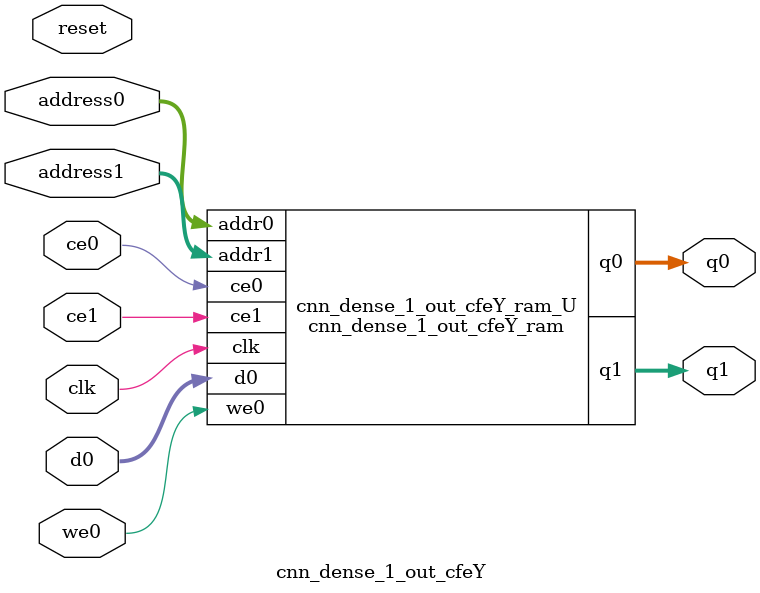
<source format=v>
`timescale 1 ns / 1 ps
module cnn_dense_1_out_cfeY_ram (addr0, ce0, d0, we0, q0, addr1, ce1, q1,  clk);

parameter DWIDTH = 13;
parameter AWIDTH = 4;
parameter MEM_SIZE = 10;

input[AWIDTH-1:0] addr0;
input ce0;
input[DWIDTH-1:0] d0;
input we0;
output reg[DWIDTH-1:0] q0;
input[AWIDTH-1:0] addr1;
input ce1;
output reg[DWIDTH-1:0] q1;
input clk;

(* ram_style = "distributed" *)reg [DWIDTH-1:0] ram[0:MEM_SIZE-1];




always @(posedge clk)  
begin 
    if (ce0) 
    begin
        if (we0) 
        begin 
            ram[addr0] <= d0; 
        end 
        q0 <= ram[addr0];
    end
end


always @(posedge clk)  
begin 
    if (ce1) 
    begin
        q1 <= ram[addr1];
    end
end


endmodule

`timescale 1 ns / 1 ps
module cnn_dense_1_out_cfeY(
    reset,
    clk,
    address0,
    ce0,
    we0,
    d0,
    q0,
    address1,
    ce1,
    q1);

parameter DataWidth = 32'd13;
parameter AddressRange = 32'd10;
parameter AddressWidth = 32'd4;
input reset;
input clk;
input[AddressWidth - 1:0] address0;
input ce0;
input we0;
input[DataWidth - 1:0] d0;
output[DataWidth - 1:0] q0;
input[AddressWidth - 1:0] address1;
input ce1;
output[DataWidth - 1:0] q1;



cnn_dense_1_out_cfeY_ram cnn_dense_1_out_cfeY_ram_U(
    .clk( clk ),
    .addr0( address0 ),
    .ce0( ce0 ),
    .we0( we0 ),
    .d0( d0 ),
    .q0( q0 ),
    .addr1( address1 ),
    .ce1( ce1 ),
    .q1( q1 ));

endmodule


</source>
